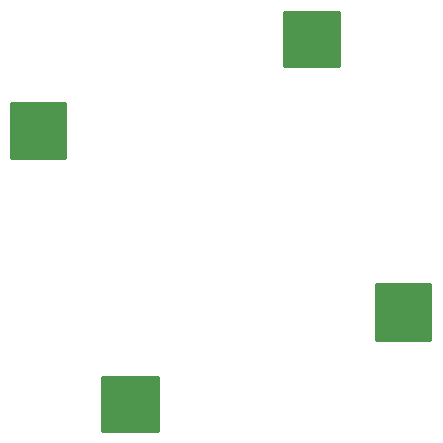
<source format=gbs>
G04 #@! TF.GenerationSoftware,KiCad,Pcbnew,5.0.0-fee4fd1~66~ubuntu16.04.1*
G04 #@! TF.CreationDate,2018-09-11T21:28:54+02:00*
G04 #@! TF.ProjectId,inverted_quad_pdb,696E7665727465645F717561645F7064,rev?*
G04 #@! TF.SameCoordinates,Original*
G04 #@! TF.FileFunction,Soldermask,Bot*
G04 #@! TF.FilePolarity,Negative*
%FSLAX46Y46*%
G04 Gerber Fmt 4.6, Leading zero omitted, Abs format (unit mm)*
G04 Created by KiCad (PCBNEW 5.0.0-fee4fd1~66~ubuntu16.04.1) date Tue Sep 11 21:28:54 2018*
%MOMM*%
%LPD*%
G01*
G04 APERTURE LIST*
%ADD10C,0.300000*%
G04 APERTURE END LIST*
D10*
G36*
X124600000Y-132700000D02*
X120000000Y-132700000D01*
X120000000Y-128200000D01*
X124600000Y-128200000D01*
X124600000Y-132700000D01*
G37*
X124600000Y-132700000D02*
X120000000Y-132700000D01*
X120000000Y-128200000D01*
X124600000Y-128200000D01*
X124600000Y-132700000D01*
G36*
X147700000Y-120400000D02*
X147700000Y-125000000D01*
X143200000Y-125000000D01*
X143200000Y-120400000D01*
X147700000Y-120400000D01*
G37*
X147700000Y-120400000D02*
X147700000Y-125000000D01*
X143200000Y-125000000D01*
X143200000Y-120400000D01*
X147700000Y-120400000D01*
G36*
X135400000Y-97300000D02*
X140000000Y-97300000D01*
X140000000Y-101800000D01*
X135400000Y-101800000D01*
X135400000Y-97300000D01*
G37*
X135400000Y-97300000D02*
X140000000Y-97300000D01*
X140000000Y-101800000D01*
X135400000Y-101800000D01*
X135400000Y-97300000D01*
G36*
X112300000Y-109600000D02*
X112300000Y-105000000D01*
X116800000Y-105000000D01*
X116800000Y-109600000D01*
X112300000Y-109600000D01*
G37*
X112300000Y-109600000D02*
X112300000Y-105000000D01*
X116800000Y-105000000D01*
X116800000Y-109600000D01*
X112300000Y-109600000D01*
M02*

</source>
